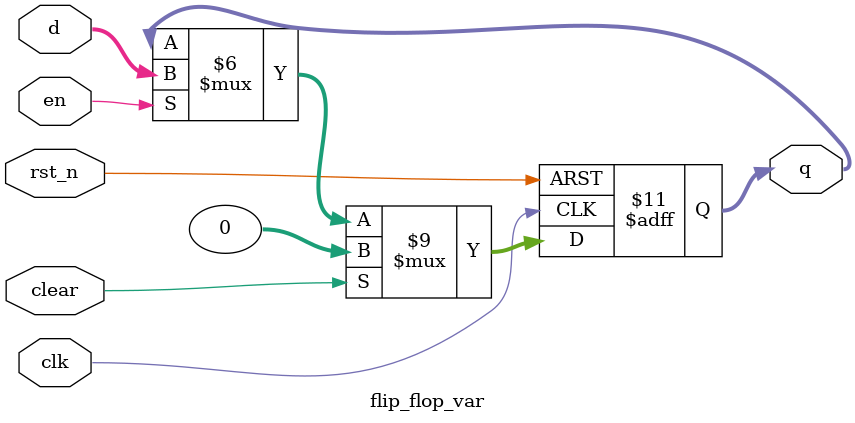
<source format=v>
`timescale 1ns / 1ps


module flip_flop_var#(
parameter N=32
)(
input       clk,
input       rst_n,
input       clear,
input       en,
input  [N-1:0]  d,
output  reg [N-1:0] q
    );
    
    always @(posedge clk or negedge rst_n) begin
        if(~rst_n) q<='b0;//{{N{1'b0}}};
        else if(clear==1'b1)  q<='b0;//q<={{N{1'b0}}};
        else if(en==1'b1)   q<=d;
        else        q<=q;
        
    end
    
    
endmodule

</source>
